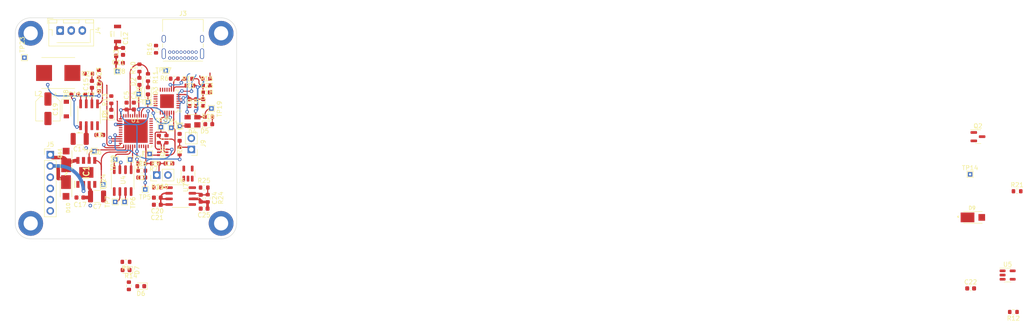
<source format=kicad_pcb>
(kicad_pcb (version 20211014) (generator pcbnew)
  (layers (0 "F.Cu" jumper) (31 "B.Cu" signal) (34 "B.Paste" user) (35 "F.Paste" user) (36 "B.SilkS" user "B.Silkscreen") (37 "F.SilkS" user "F.Silkscreen") (38 "B.Mask" user) (39 "F.Mask" user) (44 "Edge.Cuts" user))
  (net 0 "")
  (net 1 "Net-(C1-Pad1)")
  (net 2 "GND")
  (net 3 "/EN")
  (net 4 "Net-(C3-Pad1)")
  (net 5 "+3V3")
  (net 6 "Net-(C6-Pad1)")
  (net 7 "VBUS")
  (net 8 "/LNA_IN")
  (net 9 "Net-(ANT1-Pad1)")
  (net 10 "Net-(C13-Pad1)")
  (net 11 "+24V")
  (net 12 "Net-(C15-Pad2)")
  (net 13 "Net-(C16-Pad1)")
  (net 14 "Net-(C16-Pad2)")
  (net 15 "+6V")
  (net 16 "/USB -> UART/Data-")
  (net 17 "/USB -> UART/Data+")
  (net 18 "Net-(J3-PadA5)")
  (net 21 "Net-(J3-PadB5)")
  (net 22 "/Motor+")
  (net 23 "/Motor-")
  (net 24 "/Hall1")
  (net 25 "/Hall2")
  (net 26 "/RTS")
  (net 27 "/BOOT")
  (net 28 "Net-(Q1-Pad5)")
  (net 29 "Net-(Q1-Pad2)")
  (net 30 "/DTR")
  (net 31 "/SolEN")
  (net 32 "/SolGND")
  (net 33 "Net-(D7-Pad2)")
  (net 34 "Net-(Q2-Pad1)")
  (net 35 "Net-(D2-Pad2)")
  (net 36 "Net-(D3-Pad2)")
  (net 37 "Net-(D6-Pad2)")
  (net 38 "Net-(R17-Pad2)")
  (net 39 "Net-(D5-Pad2)")
  (net 40 "/VSENSE")
  (net 41 "/RXD")
  (net 42 "/TXD")
  (net 43 "/CAN_HIGH")
  (net 44 "/CAN_LOW")
  (net 45 "/ServoPWM")
  (net 46 "/HBridgeDIR1")
  (net 47 "/CAN_RX")
  (net 48 "/CAN_TX")
  (net 49 "/HBridgeDIR2")
  (net 95 "Net-(R3-Pad2)")
  (net 96 "Net-(J1-Pad4)")
  (net 102 "Net-(D1-Pad2)")
  (net 103 "Net-(C24-Pad1)")
  (net 104 "Net-(C24-Pad2)")
  (net 105 "Net-(R19-Pad1)")
  (footprint "Resistor_SMD:R_0603_1608Metric" (layer "F.Cu") (at 80.67 90.61 90)
    (fp_text reference "R14")
    (fp_text value "470")
  )
  (footprint "TestPoint:TestPoint_THTPad_1.0x1.0mm_Drill0.5mm" (layer "F.Cu") (at 79.7 71.64)
    (fp_text reference "TP6")
    (fp_text value "TestPoint")
  )
  (footprint "TestPoint:TestPoint_THTPad_1.0x1.0mm_Drill0.5mm" (layer "F.Cu") (at 74.887959 67.693483)
    (fp_text reference "TP24")
    (fp_text value "TestPoint")
  )
  (footprint "MountingHole:MountingHole_3.2mm_M3_DIN965_Pad" (layer "F.Cu") (at 58.5 76.5)
    (fp_text reference "H1" hide)
    (fp_text value "MountingHole_Pad")
  )
  (footprint "iclr:DIO_V3PAN50-M3_I" (layer "F.Cu") (at 66.497959 62.152483 90)
    (fp_text reference "D11")
    (fp_text value "V8PAM10S")
  )
  (footprint "Inductor_SMD:L_0603_1608Metric_Pad1.05x0.95mm_HandSolder" (layer "F.Cu") (at 77.795 37.76 90)
    (fp_text reference "L1")
    (fp_text value "LQG15WZ1N8B02D")
  )
  (footprint "Capacitor_SMD:C_1210_3225Metric" (layer "F.Cu") (at 73.477959 70.403483)
    (fp_text reference "C7")
    (fp_text value "10uF")
  )
  (footprint "Resistor_SMD:R_0603_1608Metric" (layer "F.Cu") (at 94.44675 45.33 180)
    (fp_text reference "R3")
    (fp_text value "24k")
  )
  (footprint "Capacitor_SMD:C_0603_1608Metric" (layer "F.Cu") (at 80.16 49.965 90)
    (fp_text reference "C5")
    (fp_text value "0.1uF")
  )
  (footprint "Resistor_SMD:R_0603_1608Metric" (layer "F.Cu") (at 80.01 85.2 180)
    (fp_text reference "R4")
    (fp_text value "3.5k")
  )
  (footprint "iclr:SOIC127P600X100-9N" (layer "F.Cu") (at 71.057959 64.963483 90)
    (fp_text reference "IC1")
    (fp_text value "BD62120AEFJ-E2" hide)
  )
  (footprint "Connector_PinHeader_2.54mm:PinHeader_1x06_P2.54mm_Vertical" (layer "F.Cu") (at 62.922961 60.970481)
    (fp_text reference "J5")
    (fp_text value "Conn_01x06_Male")
  )
  (footprint "TestPoint:TestPoint_THTPad_1.0x1.0mm_Drill0.5mm" (layer "F.Cu") (at 72.852961 60.160481)
    (fp_text reference "TP16")
    (fp_text value "TestPoint")
  )
  (footprint "TestPoint:TestPoint_THTPad_1.0x1.0mm_Drill0.5mm" (layer "F.Cu") (at 90.24 54.87)
    (fp_text reference "TP4")
    (fp_text value "TestPoint")
  )
  (footprint "Capacitor_SMD:CP_Elec_5x5.9" (layer "F.Cu") (at 62.392961 50.570481 -90)
    (fp_text reference "C19")
    (fp_text value "100uF")
  )
  (footprint "Capacitor_SMD:C_0603_1608Metric" (layer "F.Cu") (at 96.89 70.82 -90)
    (fp_text reference "C24")
    (fp_text value "0.1uF")
  )
  (footprint "Resistor_SMD:R_0603_1608Metric" (layer "F.Cu") (at 83.05 41.335 -90)
    (fp_text reference "R10")
    (fp_text value "470")
  )
  (footprint "Resistor_SMD:R_0603_1608Metric" (layer "F.Cu") (at 76.7 48.525 90)
    (fp_text reference "R13")
    (fp_text value "470")
  )
  (footprint "Package_TO_SOT_SMD:SOT-23-5" (layer "F.Cu") (at 279.11 88.18)
    (fp_text reference "U5")
    (fp_text value "LTC4411")
  )
  (footprint "Capacitor_SMD:C_0603_1608Metric" (layer "F.Cu") (at 97.444142 49.172395 90)
    (fp_text reference "C10")
    (fp_text value "0.1uF")
  )
  (footprint "Capacitor_SMD:C_0603_1608Metric" (layer "F.Cu") (at 78.54 40.22)
    (fp_text reference "C11")
    (fp_text value "1.2pF")
  )
  (footprint "Capacitor_SMD:C_0603_1608Metric" (layer "F.Cu") (at 74.102961 56.490481)
    (fp_text reference "C6")
    (fp_text value "10 nF")
  )
  (footprint "LED_SMD:LED_0603_1608Metric" (layer "F.Cu") (at 84.975 46.5175 90)
    (fp_text reference "D3")
    (fp_text value "TX_LED")
  )
  (footprint "Resistor_SMD:R_0603_1608Metric" (layer "F.Cu") (at 83.58 64.57)
    (fp_text reference "R7")
    (fp_text value "10K")
  )
  (footprint "Connector_USB:USB_C_Receptacle_GCT_USB4085" (layer "F.Cu") (at 95.845612 39.107166 180)
    (fp_text reference "J3")
    (fp_text value "USB_C_Receptacle_USB2.0")
  )
  (footprint "Resistor_SMD:R_0603_1608Metric" (layer "F.Cu") (at 98.47 70.82 90)
    (fp_text reference "R24")
    (fp_text value "147k")
  )
  (footprint "Capacitor_SMD:C_0603_1608Metric" (layer "F.Cu") (at 92.13 57.035 90)
    (fp_text reference "C1")
    (fp_text value "1uF")
  )
  (footprint "TestPoint:TestPoint_THTPad_1.0x1.0mm_Drill0.5mm" (layer "F.Cu") (at 80.96 62.06)
    (fp_text reference "TP21")
    (fp_text value "TestPoint")
  )
  (footprint "Resistor_SMD:R_0603_1608Metric" (layer "F.Cu") (at 86.8 37.1 90)
    (fp_text reference "R16")
    (fp_text value "5.1k")
  )
  (footprint "LED_SMD:LED_0603_1608Metric" (layer "F.Cu") (at 83.05 44.365 90)
    (fp_text reference "D2")
    (fp_text value "RX_LED")
  )
  (footprint "Resistor_SMD:R_0603_1608Metric" (layer "F.Cu") (at 71.587961 42.642981 180)
    (fp_text reference "R20")
    (fp_text value "54.9K")
  )
  (footprint "LED_SMD:LED_0603_1608Metric" (layer "F.Cu") (at 76.7 51.595 90)
    (fp_text reference "D1")
    (fp_text value "Solenoid LED")
  )
  (footprint "Capacitor_SMD:C_0603_1608Metric" (layer "F.Cu") (at 270.76 91.2)
    (fp_text reference "C22")
    (fp_text value "4.7uF")
  )
  (footprint "iclr:DIO_V3PAN50-M3_I" (layer "F.Cu") (at 66.467959 68.364483 -90)
    (fp_text reference "D10")
    (fp_text value "V8PAM10S")
  )
  (footprint "Resistor_SMD:R_0603_1608Metric" (layer "F.Cu") (at 281.25 69.23)
    (fp_text reference "R21")
    (fp_text value "110")
  )
  (footprint "Resistor_SMD:R_0603_1608Metric" (layer "F.Cu") (at 73.907961 45.752981 90)
    (fp_text reference "R22")
    (fp_text value "10K")
  )
  (footprint "TestPoint:TestPoint_THTPad_1.0x1.0mm_Drill0.5mm" (layer "F.Cu") (at 78.055 42.08 90)
    (fp_text reference "TP8")
    (fp_text value "TestPoint")
  )
  (footprint "MountingHole:MountingHole_3.2mm_M3_DIN965_Pad" (layer "F.Cu") (at 101.5 33.5)
    (fp_text reference "H2" hide)
    (fp_text value "MountingHole_Pad")
  )
  (footprint "Resistor_SMD:R_0603_1608Metric" (layer "F.Cu") (at 89.16 57.435 90)
    (fp_text reference "R2" hide)
    (fp_text value "10K")
  )
  (footprint "Resistor_SMD:R_0603_1608Metric" (layer "F.Cu") (at 90.93675 43.76)
    (fp_text reference "R6")
    (fp_text value "47k")
  )
  (footprint "TestPoint:TestPoint_THTPad_1.0x1.0mm_Drill0.5mm" (layer "F.Cu") (at 57.082961 39.010481 90)
    (fp_text reference "TP23")
    (fp_text value "TestPoint")
  )
  (footprint "LED_SMD:LED_0603_1608Metric" (layer "F.Cu") (at 98.71 54.06)
    (fp_text reference "D5")
    (fp_text value "USB_LED")
  )
  (footprint "TestPoint:TestPoint_THTPad_1.0x1.0mm_Drill0.5mm" (layer "F.Cu") (at 85.01 49.1)
    (fp_text reference "TP11")
    (fp_text value "TestPoint")
  )
  (footprint "Capacitor_SMD:C_0603_1608Metric" (layer "F.Cu") (at 69.607959 70.643483 180)
    (fp_text reference "C17")
    (fp_text value "0.1uF")
  )
  (footprint "Resistor_SMD:R_0603_1608Metric" (layer "F.Cu") (at 280.41 96.53 180)
    (fp_text reference "R12")
    (fp_text value "10k")
  )
  (footprint "iclr:SOIC127P599X175-8N" (layer "F.Cu") (at 71.677961 51.932981 90)
    (fp_text reference "U2")
    (fp_text value "TPS54233D")
  )
  (footprint "Diode_SMD:D_SOD-123" (layer "F.Cu") (at 66.552961 50.640481 -90)
    (fp_text reference "D8")
    (fp_text value "MBR260HWTR")
  )
  (footprint "TestPoint:TestPoint_THTPad_1.0x1.0mm_Drill0.5mm" (layer "F.Cu") (at 87.9 54.72)
    (fp_text reference "TP1")
    (fp_text value "TestPoint")
  )
  (footprint "Package_SO:SOP-8_3.9x4.9mm_P1.27mm" (layer "F.Cu") (at 92.37 70.32)
    (fp_text reference "U6")
    (fp_text value "RT9025-25GSP")
  )
  (footprint "Capacitor_SMD:C_0603_1608Metric" (layer "F.Cu") (at 98.184142 45.317395)
    (fp_text reference "C23")
    (fp_text value "4.7uF")
  )
  (footprint "TestPoint:TestPoint_THTPad_1.0x1.0mm_Drill0.5mm" (layer "F.Cu") (at 92.18 54.46 180)
    (fp_text reference "TP18" hide)
    (fp_text value "TestPoint")
  )
  (footprint "Connector_PinHeader_2.54mm:PinHeader_1x02_P2.54mm_Vertical" (layer "F.Cu") (at 86.965 65.57 90)
    (fp_text reference "J10")
    (fp_text value "Conn_01x02_Male")
  )
  (footprint "Capacitor_SMD:C_1210_3225Metric" (layer "F.Cu") (at 69.562961 57.390481 180)
    (fp_text reference "C14")
    (fp_text value "10uF")
  )
  (footprint "TestPoint:TestPoint_THTPad_1.0x1.0mm_Drill0.5mm" (layer "F.Cu") (at 84.37 68.83)
    (fp_text reference "TP5")
    (fp_text value "TestPoint")
  )
  (footprint "Package_SO:SOIC-8_3.9x4.9mm_P1.27mm" (layer "F.Cu") (at 79.27 66.83 -90)
    (fp_text reference "U4")
    (fp_text value "SN65HVD230")
  )
  (footprint "LED_SMD:LED_0603_1608Metric" (layer "F.Cu") (at 83.35 90.7 180)
    (fp_text reference "D6")
    (fp_text value "PWR_LED")
  )
  (footprint "Connector_PinHeader_2.54mm:PinHeader_1x02_P2.54mm_Vertical" (layer "F.Cu") (at 94.77 59.78 180)
    (fp_text reference "J9")
    (fp_text value "Conn_01x02_Male")
  )
  (footprint "Resistor_SMD:R_0603_1608Metric" (layer "F.Cu") (at 98.16 43.785)
    (fp_text reference "R15")
    (fp_text value "5.1k")
  )
  (footprint "Connector_JST:JST_XH_B3B-XH-AM_1x03_P2.50mm_Vertical" (layer "F.Cu") (at 65.15 32.875)
    (fp_text reference "J4")
    (fp_text value "Conn_01x03_Male")
  )
  (footprint "Resistor_SMD:R_0603_1608Metric" (layer "F.Cu") (at 92.13 60.095 90)
    (fp_text reference "R5")
    (fp_text value "470")
  )
  (footprint "Resistor_SMD:R_0603_1608Metric" (layer "F.Cu") (at 86.65 62.95)
    (fp_text reference "R9")
    (fp_text value "470")
  )
  (footprint "Package_TO_SOT_SMD:SOT-363_SC-70-6" (layer "F.Cu") (at 88.31 60.41)
    (fp_text reference "Q1")
    (fp_text value "MMDT2222A")
  )
  (footprint "Package_TO_SOT_SMD:SOT-23-5" (layer "F.Cu") (at 94.02 65.23 90)
    (fp_text reference "U7")
    (fp_text value "LTC4411")
  )
  (footprint "MountingHole:MountingHole_3.2mm_M3_DIN965_Pad" (layer "F.Cu") (at 101.5 76.5)
    (fp_text reference "H3" hide)
    (fp_text value "MountingHole_Pad")
  )
  (footprint "iclr:QFN28G_0.5-5X5MM" (layer "F.Cu") (at 89.28 48.85 180)
    (property "VALUE" "CP2102-GMR-QFN28")
    (fp_text reference "U3")
    (fp_text value "INTERFACE-CP2102-GMR(QFN28)")
  )
  (footprint "TestPoint:TestPoint_THTPad_1.0x1.0mm_Drill0.5mm" (layer "F.Cu") (at 89 41.92 180)
    (fp_text reference "TP17")
    (fp_text value "TestPoint")
  )
  (footprint "Capacitor_SMD:C_0603_1608Metric" (layer "F.Cu") (at 89.72 62.94)
    (fp_text reference "C3")
    (fp_text value "1uF")
  )
  (footprint "Resistor_SMD:R_0603_1608Metric" (layer "F.Cu") (at 84.98 43.49 -90)
    (fp_text reference "R11")
    (fp_text value "470")
  )
  (footprint "Package_DFN_QFN:QFN-48-1EP_7x7mm_P0.5mm_EP5.3x5.3mm" (layer "F.Cu") (at 82.25 55.62)
    (fp_text reference "U1")
    (fp_text value "ESP32-PICO-D4")
  )
  (footprint "TestPoint:TestPoint_THTPad_1.0x1.0mm_Drill0.5mm" (layer "F.Cu") (at 99.31 50.5 180)
    (fp_text reference "TP19")
    (fp_text value "TestPoint")
  )
  (footprint "iclr:DIO_V3PAN50-M3_I" (layer "F.Cu") (at 271.26 75.14)
    (fp_text reference "D9")
    (fp_text value "V8PAM10S")
  )
  (footprint "Capacitor_SMD:C_0603_1608Metric" (layer "F.Cu") (at 72.327961 45.047981 90)
    (fp_text reference "C15")
    (fp_text value "130pF")
  )
  (footprint "iclr:ANT_AMCA31-2R450G-S1F-T3" (layer "F.Cu") (at 78.11 33.66 90)
    (fp_text reference "ANT1")
    (fp_text value "AMCA31-2R450G-S1F-T3")
  )
  (footprint "Capacitor_SMD:C_0603_1608Metric" (layer "F.Cu") (at 83.58 66.12 180)
    (fp_text reference "C2")
    (fp_text value "1uF")
  )
  (footprint "Package_TO_SOT_SMD:SOT-23" (layer "F.Cu") (at 272.41 56.88)
    (fp_text reference "Q2")
    (fp_text value "SI2366DS")
  )
  (footprint "Capacitor_SMD:C_0603_1608Metric" (layer "F.Cu") (at 87.09 72.28)
    (fp_text reference "C21")
    (fp_text value "1uF")
  )
  (footprint "TestPoint:TestPoint_THTPad_1.0x1.0mm_Drill0.5mm" (layer "F.Cu") (at 82.9 47.25)
    (fp_text reference "TP10")
    (fp_text value "TestPoint")
  )
  (footprint "Resistor_SMD:R_0603_1608Metric" (layer "F.Cu") (at 83.58 62.95)
    (fp_text reference "R8")
    (fp_text value "10K")
  )
  (footprint "TestPoint:TestPoint_THTPad_1.0x1.0mm_Drill0.5mm" (layer "F.Cu") (at 77.57 71.63)
    (fp_text reference "TP7")
    (fp_text value "TestPoint")
  )
  (footprint "Resistor_SMD:R_0603_1608Metric" (layer "F.Cu") (at 97.68 68.39 180)
    (fp_text reference "R25")
    (fp_text value "47k")
  )
  (footprint "Capacitor_SMD:C_0603_1608Metric" (layer "F.Cu") (at 71.577961 47.382981 180)
    (fp_text reference "C13")
    (fp_text value "130pF")
  )
  (footprint "Resistor_SMD:R_0603_1608Metric" (layer "F.Cu") (at 98.69 52.41)
    (fp_text reference "R18")
    (fp_text value "470")
  )
  (footprint "MountingHole:MountingHole_3.2mm_M3_DIN965_Pad" (layer "F.Cu") (at 58.5 33.5)
    (fp_text reference "H4" hide)
    (fp_text value "MountingHole_Pad")
  )
  (footprint "iclr:IND_ETQP5M330YFM" (layer "F.Cu") (at 64.712961 42.480481 180)
    (fp_text reference "L2")
    (fp_text value "ETQP5M")
  )
  (footprint "LED_SMD:LED_0603_1608Metric" (layer "F.Cu") (at 80.04 87.04 180)
    (fp_text reference "D7")
    (fp_text value "24V_LED")
  )
  (footprint "Capacitor_SMD:C_0603_1608Metric" (layer "F.Cu") (at 79.345 37.6 -90)
    (fp_text reference "C12")
    (fp_text value "1.5pF")
  )
  (footprint "TestPoint:TestPoint_THTPad_1.0x1.0mm_Drill0.5mm" (layer "F.Cu") (at 85.35 60.78)
    (fp_text reference "TP9")
    (fp_text value "TestPoint")
  )
  (footprint "TestPoint:TestPoint_THTPad_1.0x1.0mm_Drill0.5mm" (layer "F.Cu") (at 77.58 62.05)
    (fp_text reference "TP20")
    (fp_text value "TestPoint")
  )
  (footprint "Capacitor_SMD:C_0603_1608Metric" (layer "F.Cu") (at 98.184142 46.867395 180)
    (fp_text reference "C18")
    (fp_text value "4.7uF")
  )
  (footprint "Package_TO_SOT_SMD:SOT-143" (layer "F.Cu") (at 95.03675 53.435 180)
    (fp_text reference "D4")
    (fp_text value "SP0503BAHT")
  )
  (footprint "Resistor_SMD:R_0603_1608Metric" (layer "F.Cu") (at 87.44 57.425 90)
    (fp_text reference "R1" hide)
    (fp_text value "10K")
  )
  (footprint "Capacitor_SMD:C_0603_1608Metric" (layer "F.Cu") (at 81.78 49.96 -90)
    (fp_text reference "C4")
    (fp_text value "10uF")
  )
  (footprint "Resistor_SMD:R_0603_1608Metric" (layer "F.Cu") (at 73.917961 42.662981 90)
    (fp_text reference "R23")
    (fp_text value "1.54K")
  )
  (footprint "Capacitor_SMD:C_0603_1608Metric" (layer "F.Cu") (at 94.334142 49.172395 90)
    (fp_text reference "C9")
    (fp_text value "0.1uF")
  )
  (footprint "Resistor_SMD:R_0603_1608Metric" (layer "F.Cu") (at 87.1 68.35 180)
    (fp_text reference "R19")
    (fp_text value "100k")
  )
  (footprint "Resistor_SMD:R_0603_1608Metric" (layer "F.Cu") (at 94.10675 43.78 180)
    (fp_text reference "R17")
    (fp_text value "4.7k")
  )
  (footprint "Capacitor_SMD:C_0603_1608Metric" (layer "F.Cu") (at 97.66 73.15)
    (fp_text reference "C25")
    (fp_text value "10uF")
  )
  (footprint "Capacitor_SMD:C_0603_1608Metric" (layer "F.Cu") (at 95.874142 49.172395 90)
    (fp_text reference "C8")
    (fp_text value "1.0uF")
  )
  (footprint "TestPoint:TestPoint_THTPad_1.0x1.0mm_Drill0.5mm" (layer "F.Cu") (at 270.64 65.4)
    (fp_text reference "TP14")
    (fp_text value "TestPoint")
  )
  (footprint "Capacitor_SMD:C_0603_1608Metric" (layer "F.Cu") (at 68.47296 47.39798)
    (fp_text reference "C16")
    (fp_text value "0.1uF" hide)
  )
  (footprint "Capacitor_SMD:C_0603_1608Metric" (layer "F.Cu") (at 87.09 70.67)
    (fp_text reference "C20")
    (fp_text value "10uF")
  )
  (gr_arc (start 101.5 30) (mid 103.974874 31.025126) (end 105 33.5) (layer "Edge.Cuts") (width 0.1))
  (gr_arc (start 55 33.5) (mid 56.025126 31.025126) (end 58.5 30) (layer "Edge.Cuts") (width 0.1))
  (gr_line (start 101.5 80) (end 58.5 80) (layer "Edge.Cuts") (width 0.1))
  (gr_line (start 55 76.5) (end 55 33.5) (layer "Edge.Cuts") (width 0.1))
  (gr_arc (start 58.5 80) (mid 56.025126 78.974874) (end 55 76.5) (layer "Edge.Cuts") (width 0.1))
  (gr_line (start 58.5 30) (end 101.5 30) (layer "Edge.Cuts") (width 0.1))
  (gr_line (start 105 33.5) (end 105 76.5) (layer "Edge.Cuts") (width 0.1))
  (gr_arc (start 105 76.5) (mid 103.974874 78.974874) (end 101.5 80) (layer "Edge.Cuts") (width 0.1))
  (segment (start 92.13 59.27) (end 94.26 59.27) (width 0.25) (layer "F.Cu") (net 1))
  (segment (start 92.145 59.255) (end 92.13 59.27) (width 0.25) (layer "F.Cu") (net 1))
  (segment (start 92.13 59.27) (end 92.13 57.81) (width 0.25) (layer "F.Cu") (net 1))
  (arc (start 94.26 59.27) (mid 94.620624 59.419376) (end 94.77 59.78) (width 0.25) (layer "F.Cu") (net 1))
  (segment (start 71.042961 49.462981) (end 71.042961 47.622981) (width 0.25) (layer "F.Cu") (net 2))
  (segment (start 98.985 43.785) (end 98.985 42.49325) (width 0.25) (layer "F.Cu") (net 2))
  (arc (start 71.042961 47.622981) (mid 70.972667 47.453275) (end 70.802961 47.382981) (width 0.25) (layer "F.Cu") (net 2))
  (segment (start 84.36 67.3) (end 84.36 68.82) (width 0.25) (layer "F.Cu") (net 3))
  (segment (start 92.13 60.92) (end 92.13 62.02) (width 0.25) (layer "F.Cu") (net 3))
  (segment (start 89.26 59.76) (end 90.335 59.76) (width 0.25) (layer "F.Cu") (net 3))
  (segment (start 84.405 64.57) (end 84.405 65.99929) (width 0.25) (layer "F.Cu") (net 3))
  (segment (start 84.355 66.12) (end 84.355 67.287929) (width 0.25) (layer "F.Cu") (net 3))
  (segment (start 78.8 56.87) (end 77.88 56.87) (width 0.25) (layer "F.Cu") (net 3))
  (via (at 77.55 56.54) (size 0.8) (drill 0.4) (layers "F.Cu" "B.Cu") (net 3))
  (via (at 84.36 67.3) (size 0.8) (drill 0.4) (layers "F.Cu" "B.Cu") (net 3))
  (via (at 90.36 59.785) (size 0.8) (drill 0.4) (layers "F.Cu" "B.Cu") (net 3))
  (via (at 92.14 62.03) (size 0.8) (drill 0.4) (layers "F.Cu" "B.Cu") (net 3))
  (arc (start 92.13 62.02) (mid 92.132929 62.027071) (end 92.14 62.03) (width 0.25) (layer "F.Cu") (net 3))
  (arc (start 90.335 59.76) (mid 90.352678 59.767322) (end 90.36 59.785) (width 0.25) (layer "F.Cu") (net 3))
  (arc (start 84.355 67.287929) (mid 84.356299 67.294461) (end 84.36 67.3) (width 0.35) (layer "F.Cu") (net 3))
  (arc (start 84.405 65.99929) (mid 84.392006 66.064617) (end 84.355 66.12) (width 0.35) (layer "F.Cu") (net 3))
  (arc (start 77.88 56.87) (mid 77.646655 56.773345) (end 77.55 56.54) (width 0.25) (layer "F.Cu") (net 3))
  (arc (start 84.36 68.82) (mid 84.362929 68.827071) (end 84.37 68.83) (width 0.25) (layer "F.Cu") (net 3))
  (segment (start 78.22 59.97) (end 80.900295 59.97) (width 0.25) (layer "B.Cu") (net 3))
  (segment (start 87.85 61.94) (end 85.78 61.94) (width 0.25) (layer "B.Cu") (net 3))
  (segment (start 88.205 61.94) (end 87.85 61.94) (width 0.25) (layer "B.Cu") (net 3))
  (segment (start 84.36 67.3) (end 84.36 63.36) (width 0.25) (layer "B.Cu") (net 3))
  (segment (start 92.05 61.94) (end 87.85 61.94) (width 0.25) (layer "B.Cu") (net 3))
  (segment (start 77.55 56.54) (end 77.551524 56.541524) (width 0.25) (layer "B.Cu") (net 3))
  (segment (start 77.551524 56.541524) (end 77.551524 59.375319) (width 0.25) (layer "B.Cu") (net 3))
  (segment (start 85.656369 61.94) (end 85.78 61.94) (width 0.25) (layer "B.Cu") (net 3))
  (arc (start 90.36 59.785) (mid 89.728815 61.308815) (end 88.205 61.94) (width 0.25) (layer "B.Cu") (net 3))
  (arc (start 92.14 62.03) (mid 92.11364 61.96636) (end 92.05 61.94) (width 0.25) (layer "B.Cu") (net 3))
  (arc (start 80.900295 59.97) (mid 81.057083 60.001187) (end 81.19 60.09) (width 0.25) (layer "B.Cu") (net 3))
  (arc (start 81.19 60.09) (mid 83.239159 61.459187) (end 85.656369 61.94) (width 0.25) (layer "B.Cu") (net 3))
  (arc (start 84.36 63.36) (mid 84.775908 62.355908) (end 85.78 61.94) (width 0.25) (layer "B.Cu") (net 3))
  (arc (start 77.551524 59.375319) (mid 77.773547 59.799581) (end 78.22 59.97) (width 0.25) (layer "B.Cu") (net 3))
  (segment (start 87.475 65.06) (end 87.475 62.95) (width 0.25) (layer "F.Cu") (net 4))
  (segment (start 87.475 62.95) (end 88.935 62.95) (width 0.25) (layer "F.Cu") (net 4))
  (arc (start 86.965 65.57) (mid 87.325624 65.420624) (end 87.475 65.06) (width 0.25) (layer "F.Cu") (net 4))
  (arc (start 88.935 62.95) (mid 88.942071 62.947071) (end 88.945 62.94) (width 0.25) (layer "F.Cu") (net 4))
  (segment (start 97.167395 45.317395) (end 97.409142 45.317395) (width 0.25) (layer "F.Cu") (net 5))
  (segment (start 80.585 89.7) (end 80.67 89.785) (width 0.25) (layer "F.Cu") (net 5))
  (segment (start 78.635 64.355) (end 78.635 62.915) (width 0.25) (layer "F.Cu") (net 5))
  (segment (start 80.745 50.735) (end 80.95952 50.52048) (width 0.25) (layer "F.Cu") (net 5))
  (segment (start 81.78 50.735) (end 80.745 50.735) (width 0.25) (layer "F.Cu") (net 5))
  (segment (start 77.94 53.87) (end 78.8 53.87) (width 0.25) (layer "F.Cu") (net 5))
  (segment (start 94.334142 48.394141) (end 94.334142 48.397395) (width 0.25) (layer "F.Cu") (net 5))
  (segment (start 80.745 50.735) (end 80.165 50.735) (width 0.25) (layer "F.Cu") (net 5))
  (segment (start 82.5 59.07) (end 82.5 60.19) (width 0.25) (layer "F.Cu") (net 5))
  (segment (start 97.444142 48.397395) (end 94.334142 48.397395) (width 0.25) (layer "F.Cu") (net 5))
  (segment (start 82.5 61.99) (end 82.5 62.695) (width 0.25) (layer "F.Cu") (net 5))
  (segment (start 95.97 43.78) (end 94.93175 43.78) (width 0.25) (layer "F.Cu") (net 5))
  (segment (start 78.8 52.87) (end 78.8 51.06664) (width 0.25) (layer "F.Cu") (net 5))
  (segment (start 82 52.17) (end 82 50.955) (width 0.25) (layer "F.Cu") (net 5))
  (segment (start 82.755 64.57) (end 82.755 62.95) (width 0.25) (layer "F.Cu") (net 5))
  (segment (start 84.96 42.395) (end 84.97 42.385) (width 0.25) (layer "F.Cu") (net 5))
  (segment (start 78.833094 50.917071) (end 78.86 50.890165) (width 0.25) (layer "F.Cu") (net 5))
  (segment (start 85 52.17) (end 85 51.1) (width 0.25) (layer "F.Cu") (net 5))
  (segment (start 97.409142 45.317395) (end 97.409142 48.362395) (width 0.25) (layer "F.Cu") (net 5))
  (segment (start 78.86 50.890165) (end 78.86 50.88) (width 0.25) (layer "F.Cu") (net 5))
  (segment (start 78.8 54.37) (end 77.94 54.37) (width 0.25) (layer "F.Cu") (net 5))
  (segment (start 91.87 47.85) (end 91.87 47.35) (width 0.25) (layer "F.Cu") (net 5))
  (segment (start 80.5 52.17) (end 80.5 51.08) (width 0.25) (layer "F.Cu") (net 5))
  (segment (start 91.87 47.35) (end 93.290001 47.35) (width 0.25) (layer "F.Cu") (net 5))
  (segment (start 80.95952 50.52048) (end 80.95952 42.60048) (width 0.25) (layer "F.Cu") (net 5))
  (segment (start 84.98 42.665) (end 84.98 42.44) (width 0.25) (layer "F.Cu") (net 5))
  (segment (start 80.16 50.74) (end 79 50.74) (width 0.25) (layer "F.Cu") (net 5))
  (segment (start 82.5 60.19) (end 82.5 61.99) (width 0.25) (layer "F.Cu") (net 5))
  (segment (start 79 50.74) (end 78.86 50.88) (width 0.25) (layer "F.Cu") (net 5))
  (segment (start 96.5 44.31) (end 96.5 44.65) (width 0.25) (layer "F.Cu") (net 5))
  (via (at 78.85 62.7) (size 0.8) (drill 0.4) (layers "F.Cu" "B.Cu") (net 5))
  (via (at 82.5 61.99) (size 0.8) (drill 0.4) (layers "F.Cu" "B.Cu") (net 5))
  (via (at 82.5 60.19) (size 0.8) (drill 0.4) (layers "F.Cu" "B.Cu") (net 5))
  (via (at 78.86 50.88) (size 0.8) (drill 0.4) (layers "F.Cu" "B.Cu") (net 5))
  (via (at 77.69 54.12) (size 0.8) (drill 0.4) (layers "F.Cu" "B.Cu") (net 5))
  (via (at 85 51.1) (size 0.8) (drill 0.4) (layers "F.Cu" "B.Cu") (net 5))
  (arc (start 80.95952 42.60048) (mid 81.571807 41.122287) (end 83.05 40.51) (width 0.25) (layer "F.Cu") (net 5))
  (arc (start 80.165 50.735) (mid 80.161464 50.736464) (end 80.16 50.74) (width 0.25) (layer "F.Cu") (net 5))
  (arc (start 96.5 44.65) (mid 96.695475 45.12192) (end 97.167395 45.317395) (width 0.25) (layer "F.Cu") (net 5))
  (arc (start 78.635 62.915) (mid 78.697972 62.762972) (end 78.85 62.7) (width 0.25) (layer "F.Cu") (net 5))
  (arc (start 77.94 54.37) (mid 77.763223 54.296777) (end 77.69 54.12) (width 0.25) (layer "F.Cu") (net 5))
  (arc (start 78.8 51.06664) (mid 78.809025 50.990388) (end 78.833094 50.917071) (width 0.25) (layer "F.Cu") (net 5))
  (arc (start 82 50.955) (mid 81.935563 50.799437) (end 81.78 50.735) (width 0.25) (layer "F.Cu") (net 5))
  (arc (start 77.69 54.12) (mid 77.763223 53.943223) (end 77.94 53.87) (width 0.25) (layer "F.Cu") (net 5))
  (arc (start 84.98 42.44) (mid 84.414716 41.075284) (end 83.05 40.51) (width 0.25) (layer "F.Cu") (net 5))
  (arc (start 93.290001 47.35) (mid 94.02832 47.655822) (end 94.334142 48.394141) (width 0.25) (layer "F.Cu") (net 5))
  (arc (start 95.97 43.78) (mid 96.344767 43.935233) (end 96.5 44.31) (width 0.25) (layer "F.Cu") (net 5))
  (arc (start 97.409142 48.362395) (mid 97.419393 48.387144) (end 97.444142 48.397395) (width 0.25) (layer "F.Cu") (net 5))
  (arc (start 80.5 51.08) (mid 80.400416 50.839584) (end 80.16 50.74) (width 0.25) (layer "F.Cu") (net 5))
  (arc (start 82.5 62.695) (mid 82.574688 62.875312) (end 82.755 62.95) (width 0.25) (layer "F.Cu") (net 5))
  (segment (start 81.98 54.12) (end 82.812032 54.119999) (width 0.25) (layer "B.Cu") (net 5))
  (segment (start 84.999999 51.932032) (end 84.999999 51.100001) (width 0.25) (layer "B.Cu") (net 5))
  (segment (start 78.86 50.88) (end 78.86 51.126305) (width 0.25) (layer "B.Cu") (net 5))
  (segment (start 82.5 60.19) (end 82.5 54.64) (width 0.25) (layer "B.Cu") (net 5))
  (segment (start 81.98 54.12) (end 81.853693 54.12) (width 0.25) (layer "B.Cu") (net 5))
  (segment (start 77.69 54.12) (end 81.98 54.12) (width 0.25) (layer "B.Cu") (net 5))
  (arc (start 84.999999 51.100001) (mid 84.999999 51.1) (end 85 51.1) (width 0.25) (layer "B.Cu") (net 5))
  (arc (start 78.86 51.126305) (mid 79.736832 53.243166) (end 81.853693 54.12) (width 0.25) (layer "B.Cu") (net 5))
  (arc (start 82.812032 54.119999) (mid 84.359158 53.479158) (end 84.999999 51.932032) (width 0.25) (layer "B.Cu") (net 5))
  (arc (start 82.5 54.64) (mid 82.347696 54.272304) (end 81.98 54.12) (width 0.25) (layer "B.Cu") (net 5))
  (segment (start 87.865 72.28) (end 87.865 70.67) (width 0.35) (layer "F.Cu") (net 7))
  (segment (start 95.74675 52.095) (end 96.13675 52.485) (width 0.25) (layer "F.Cu") (net 7))
  (segment (start 97.865 52.41) (end 97.865 51.945) (width 0.25) (layer "F.Cu") (net 7))
  (segment (start 95.82175 51.01) (end 95.74675 51.085) (width 0.25) (layer "F.Cu") (net 7))
  (segment (start 95.74675 51.085) (end 95.74675 52.095) (width 0.35) (layer "F.Cu") (net 7))
  (segment (start 89.745 70.955) (end 88.15 70.955) (width 0.35) (layer "F.Cu") (net 7))
  (segment (start 95.27175 45.33) (end 95.84 45.33) (width 0.25) (layer "F.Cu") (net 7))
  (segment (start 88.85 69.685) (end 89.745 69.685) (width 0.35) (layer "F.Cu") (net 7))
  (segment (start 97.865 52.41) (end 96.21175 52.41) (width 0.35) (layer "F.Cu") (net 7))
  (segment (start 89.745 72.225) (end 87.92 72.225) (width 0.35) (layer "F.Cu") (net 7))
  (via (at 95.74675 51.085) (size 0.8) (drill 0.4) (layers "F.Cu" "B.Cu") (net 7))
  (via (at 96.2 45.69) (size 0.8) (drill 0.4) (layers "F.Cu" "B.Cu") (net 7))
  (arc (start 96.21175 52.41) (mid 96.158717 52.431967) (end 96.13675 52.485) (width 0.25) (layer "F.Cu") (net 7))
  (arc (start 88.15 70.955) (mid 87.948475 70.871525) (end 87.865 70.67) (width 0.35) (layer "F.Cu") (net 7))
  (arc (start 87.92 72.225) (mid 87.881109 72.241109) (end 87.865 72.28) (width 0.25) (layer "F.Cu") (net 7))
  (arc (start 97.865 51.945) (mid 98.288231 50.923231) (end 99.31 50.5) (width 0.25) (layer "F.Cu") (net 7))
  (arc (start 87.865 70.67) (mid 88.1535 69.9735) (end 88.85 69.685) (width 0.35) (layer "F.Cu") (net 7))
  (arc (start 95.32175 45.38) (mid 95.286395 45.365355) (end 95.27175 45.33) (width 0.25) (layer "F.Cu") (net 7))
  (arc (start 95.84 45.33) (mid 96.094558 45.435442) (end 96.2 45.69) (width 0.25) (layer "F.Cu") (net 7))
  (segment (start 96.2 50.63175) (end 96.2 45.69) (width 0.35) (layer "B.Cu") (net 7))
  (segment (start 96.32 45.57) (end 96.2 45.69) (width 0.25) (layer "B.Cu") (net 7))
  (segment (start 95.74675 51.085) (end 95.79175 51.04) (width 0.25) (layer "B.Cu") (net 7))
  (arc (start 96.2 45.69) (mid 97.138154 45.301404) (end 97.52675 44.36325) (width 0.35) (layer "B.Cu") (net 7))
  (arc (start 95.74675 51.085) (mid 96.067246 50.952246) (end 96.2 50.63175) (width 0.35) (layer "B.Cu") (net 7))
  (arc (start 95.74675 51.085) (mid 95.838674 51.046924) (end 95.87675 50.955) (width 0.25) (layer "B.Cu") (net 7))
  (segment (start 78.06 53.084488) (end 78.06 48.91) (width 0.25) (layer "F.Cu") (net 8))
  (segment (start 78.06 48.91) (end 78 48.85) (width 0.25) (layer "F.Cu") (net 8))
  (segment (start 78.8 53.37) (end 78.345512 53.37) (width 0.25) (layer "F.Cu") (net 8))
  (segment (start 77.795 38.635) (end 77.795 40.19) (width 0.35) (layer "F.Cu") (net 8))
  (segment (start 77.765 40.22) (end 77.765 41.79) (width 0.35) (layer "F.Cu") (net 8))
  (arc (start 77.765 41.79) (mid 77.849939 41.995061) (end 78.055 42.08) (width 0.35) (layer "F.Cu") (net 8))
  (arc (start 77.765 38.38) (mid 77.772322 38.397678) (end 77.79 38.405) (width 0.25) (layer "F.Cu") (net 8))
  (arc (start 78.345512 53.37) (mid 78.143625 53.286375) (end 78.06 53.084488) (width 0.25) (layer "F.Cu") (net 8))
  (arc (start 77.795 40.19) (mid 77.786213 40.211213) (end 77.765 40.22) (width 0.35) (layer "F.Cu") (net 8))
  (segment (start 79.345 36.825) (end 77.855 36.825) (width 0.35) (layer "F.Cu") (net 9))
  (segment (start 77.795 36.885) (end 77.795 35.675) (width 0.35) (layer "F.Cu") (net 9))
  (arc (start 78.08875 35.31125) (mid 78.092045 35.303295) (end 78.1 35.3) (width 0.25) (layer "F.Cu") (net 9))
  (arc (start 77.855 36.825) (mid 77.812574 36.842574) (end 77.795 36.885) (width 0.35) (layer "F.Cu") (net 9))
  (arc (start 77.795 35.675) (mid 77.887261 35.452261) (end 78.11 35.36) (width 0.35) (layer "F.Cu") (net 9))
  (segment (start 72.312961 45.837981) (end 72.327961 45.822981) (width 0.25) (layer "F.Cu") (net 10))
  (segment (start 72.312961 49.462981) (end 72.312961 45.837981) (width 0.25) (layer "F.Cu") (net 10))
  (segment (start 71.037961 54.407981) (end 71.037961 57.390481) (width 0.6) (layer "F.Cu") (net 11))
  (segment (start 71.692959 67.675483) (end 71.692959 68.280214) (width 0.25) (layer "F.Cu") (net 11))
  (segment (start 70.382959 70.643483) (end 71.762959 70.643483) (width 0.8) (layer "F.Cu") (net 11))
  (segment (start 71.042961 54.402981) (end 71.047961 54.407981) (width 0.25) (layer "F.Cu") (net 11))
  (segment (start 72.002959 69.02862) (end 72.002959 70.403483) (width 0.7) (layer "F.Cu") (net 11))
  (via (at 71.962961 72.470481) (size 0.8) (drill 0.4) (layers "F.Cu" "B.Cu") (net 11))
  (via (at 71.022961 59.480481) (size 0.8) (drill 0.4) (layers "F.Cu" "B.Cu") (net 11))
  (arc (start 71.762959 70.643483) (mid 71.932665 70.573189) (end 72.002959 70.403483) (width 0.25) (layer "F.Cu") (net 11))
  (arc (start 71.922959 68.835483) (mid 71.982167 68.924094) (end 72.002959 69.02862) (width 0.7) (layer "F.Cu") (net 11))
  (arc (start 71.042961 54.402981) (mid 71.039425 54.404445) (end 71.037961 54.407981) (width 0.25) (layer "F.Cu") (net 11))
  (arc (start 71.692959 70.093483) (mid 71.783756 70.312686) (end 72.002959 70.403483) (width 0.25) (layer "F.Cu") (net 11))
  (arc (start 71.692959 68.280214) (mid 71.752734 68.580723) (end 71.922959 68.835483) (width 0.7) (layer "F.Cu") (net 11))
  (segment (start 72.327961 42.727981) (end 72.412961 42.642981) (width 0.25) (layer "F.Cu") (net 12))
  (segment (start 72.327961 44.272981) (end 72.327961 42.727981) (width 0.25) (layer "F.Cu") (net 12))
  (segment (start 67.69796 47.39798) (end 67.69796 47.90044) (width 0.25) (layer "F.Cu") (net 13))
  (segment (start 68.952961 54.690481) (end 69.485461 54.690481) (width 0.25) (layer "F.Cu") (net 13))
  (via (at 68.29 48.49248) (size 0.8) (drill 0.4) (layers "F.Cu" "B.Cu") (net 13))
  (via (at 68.952961 54.690481) (size 0.8) (drill 0.4) (layers "F.Cu" "B.Cu") (net 13))
  (arc (start 69.485461 54.690481) (mid 69.688754 54.606274) (end 69.772961 54.402981) (width 0.25) (layer "F.Cu") (net 13))
  (arc (start 67.69796 47.90044) (mid 67.871365 48.319075) (end 68.29 48.49248) (width 0.25) (layer "F.Cu") (net 13))
  (segment (start 68.29 48.49248) (end 68.29 54.02752) (width 0.25) (layer "B.Cu") (net 13))
  (arc (start 68.29 54.02752) (mid 68.484177 54.496304) (end 68.952961 54.690481) (width 0.25) (layer "B.Cu") (net 13))
  (segment (start 69.772961 49.462981) (end 69.772961 47.922981) (width 0.25) (layer "F.Cu") (net 14))
  (arc (start 69.772961 47.922981) (mid 69.619192 47.551749) (end 69.24796 47.39798) (width 0.25) (layer "F.Cu") (net 14))
  (segment (start 73.907961 47.662981) (end 73.907961 46.577981) (width 0.25) (layer "F.Cu") (net 15))
  (via (at 62.342961 45.130481) (size 0.8) (drill 0.4) (layers "F.Cu" "B.Cu") (net 15))
  (via (at 73.907961 47.662981) (size 0.8) (drill 0.4) (layers "F.Cu" "B.Cu") (net 15))
  (segment (start 73.907961 47.662981) (end 64.875461 47.662981) (width 0.25) (layer "B.Cu") (net 15))
  (arc (start 64.875461 47.662981) (mid 63.084713 46.921229) (end 62.342961 45.130481) (width 0.25) (layer "B.Cu") (net 15))
  (arc (start 73.802962 47.76798) (mid 73.877208 47.737227) (end 73.907961 47.662981) (width 0.25) (layer "B.Cu") (net 15))
  (segment (start 94.002668 52.419082) (end 93.93675 52.485) (width 0.2) (layer "F.Cu") (net 16))
  (segment (start 93.93675 52.485) (end 93.93675 51.36675) (width 0.2) (layer "F.Cu") (net 16))
  (segment (start 91.87 48.35) (end 92.76675 48.35) (width 0.2) (layer "F.Cu") (net 16))
  (via (at 93.83 51.26) (size 0.8) (drill 0.4) (layers "F.Cu" "B.Cu") (net 16))
  (via (at 92.98675 48.13) (size 0.8) (drill 0.4) (layers "F.Cu" "B.Cu") (net 16))
  (arc (start 93.93675 51.36675) (mid 93.905484 51.291266) (end 93.83 51.26) (width 0.2) (layer "F.Cu") (net 16))
  (arc (start 92.76675 48.35) (mid 92.922313 48.285563) (end 92.98675 48.13) (width 0.2) (layer "F.Cu") (net 16))
  (segment (start 93.83 47.35) (end 93.83 43.24) (width 0.2) (layer "B.Cu") (net 16))
  (segment (start 92.98675 48.13) (end 93.05 48.13) (width 0.2) (layer "B.Cu") (net 16))
  (segment (start 93.83 51.26) (end 93.83 47.35) (width 0.2) (layer "B.Cu") (net 16))
  (arc (start 93.83 43.24) (mid 94.005736 42.815736) (end 94.43 42.64) (width 0.2) (layer "B.Cu") (net 16))
  (arc (start 93.05 48.13) (mid 93.601543 47.901543) (end 93.83 47.35) (width 0.2) (layer "B.Cu") (net 16))
  (segment (start 91.87 48.85) (end 92.79675 48.85) (width 0.2) (layer "F.Cu") (net 17))
  (segment (start 94.8 46.61) (end 92.784852 46.61) (width 0.2) (layer "F.Cu") (net 17))
  (segment (start 92.18 54.46) (end 93.86175 54.46) (width 0.2) (layer "F.Cu") (net 17))
  (via (at 92.97675 49.03) (size 0.8) (drill 0.4) (layers "F.Cu" "B.Cu") (net 17))
  (via (at 94.8 46.61) (size 0.8) (drill 0.4) (layers "F.Cu" "B.Cu") (net 17))
  (via (at 92.64 46.55) (size 0.8) (drill 0.4) (layers "F.Cu" "B.Cu") (net 17))
  (arc (start 92.784852 46.61) (mid 92.706459 46.594407) (end 92.64 46.55) (width 0.2) (layer "F.Cu") (net 17))
  (arc (start 93.86175 54.46) (mid 93.914783 54.438033) (end 93.93675 54.385) (width 0.2) (layer "F.Cu") (net 17))
  (arc (start 92.79675 48.85) (mid 92.924029 48.902721) (end 92.97675 49.03) (width 0.2) (layer "F.Cu") (net 17))
  (segment (start 92.18 54.46) (end 92.18 49.82675) (width 0.2) (layer "B.Cu") (net 17))
  (segment (start 94.8 46.61) (end 94.8 45.327939) (width 0.2) (layer "B.Cu") (net 17))
  (segment (start 92.59 49.03) (end 92.97675 49.03) (width 0.2) (layer "B.Cu") (net 17))
  (segment (start 91.92 47.27) (end 91.92 48.36) (width 0.2) (layer "B.Cu") (net 17))
  (arc (start 92.18 49.82675) (mid 92.413363 49.263363) (end 92.97675 49.03) (width 0.2) (layer "B.Cu") (net 17))
  (arc (start 92.64 46.55) (mid 92.130883 46.760883) (end 91.92 47.27) (width 0.2) (layer "B.Cu") (net 17))
  (arc (start 94.8 45.327939) (mid 95.018309 44.230427) (end 95.64 43.3) (width 0.2) (layer "B.Cu") (net 17))
  (arc (start 95.64 43.3) (mid 95.778215 43.093147) (end 95.82675 42.849146) (width 0.2) (layer "B.Cu") (net 17))
  (arc (start 91.92 48.36) (mid 92.116238 48.833762) (end 92.59 49.03) (width 0.2) (layer "B.Cu") (net 17))
  (arc (start 96.67675 43.12675) (mid 96.869547 43.592203) (end 97.335 43.785) (width 0.25) (layer "F.Cu") (net 18))
  (segment (start 65.64 61.61) (end 63.56248 61.61) (width 0.8) (layer "F.Cu") (net 22))
  (segment (start 66.497959 63.362483) (end 66.497959 62.467959) (width 0.8) (layer "F.Cu") (net 22))
  (segment (start 66.517186 63.343256) (end 66.497959 63.362483) (width 0.2) (layer "F.Cu") (net 22))
  (arc (start 63.56248 61.61) (mid 63.110272 61.422689) (end 62.922961 60.970481) (width 0.8) (layer "F.Cu") (net 22))
  (arc (start 66.497959 62.467959) (mid 66.246669 61.86129) (end 65.64 61.61) (width 0.8) (layer "F.Cu") (net 22))
  (arc (start 69.092959 62.265483) (mid 67.666488 62.549222) (end 66.457186 63.357256) (width 0.8) (layer "F.Cu") (net 22))
  (segment (start 64.73 64.25) (end 64.73 66.33) (width 0.8) (layer "F.Cu") (net 23))
  (segment (start 70.422959 69.195483) (end 70.422959 67.675483) (width 0.7) (layer "F.Cu") (net 23))
  (segment (start 64.75 66.35) (end 65.663476 66.35) (width 0.8) (layer "F.Cu") (net 23))
  (segment (start 62.922961 63.510481) (end 63.990481 63.510481) (width 0.8) (layer "F.Cu") (net 23))
  (segment (start 65.781961 67.840481) (end 66.467959 67.154483) (width 0.2) (layer "F.Cu") (net 23))
  (via (at 70.422959 69.195483) (size 0.8) (drill 0.4) (layers "F.Cu" "B.Cu") (net 23))
  (arc (start 64.73 66.33) (mid 64.735858 66.344142) (end 64.75 66.35) (width 0.8) (layer "F.Cu") (net 23))
  (arc (start 65.663476 66.35) (mid 66.232331 66.585628) (end 66.467959 67.154483) (width 0.8) (layer "F.Cu") (net 23))
  (arc (start 63.990481 63.510481) (mid 64.5134 63.727081) (end 64.73 64.25) (width 0.8) (layer "F.Cu") (net 23))
  (segment (start 62.922961 63.510481) (end 64.737957 63.510481) (width 0.8) (layer "B.Cu") (net 23))
  (arc (start 64.737957 63.510481) (mid 68.75786 65.17558) (end 70.422959 69.195483) (width 0.8) (layer "B.Cu") (net 23))
  (segment (start 78.8 57.37) (end 76.713695 57.37) (width 0.25) (layer "F.Cu") (net 24))
  (via (at 76.434517 57.090822) (size 0.8) (drill 0.4) (layers "F.Cu" "B.Cu") (net 24))
  (arc (start 76.713695 57.37) (mid 76.516286 57.288231) (end 76.434517 57.090822) (width 0.25) (layer "F.Cu") (net 24))
  (segment (start 78.8 57.87) (end 76.68 57.87) (width 0.25) (layer "F.Cu") (net 25))
  (via (at 76.46 58.09) (size 0.8) (drill 0.4) (layers "F.Cu" "B.Cu") (net 25))
  (arc (start 76.68 57.87) (mid 76.524437 57.934437) (end 76.46 58.09) (width 0.25) (layer "F.Cu") (net 25))
  (segment (start 86.932477 55.87548) (end 87.81548 55.87548) (width 0.25) (layer "F.Cu") (net 26))
  (segment (start 87.9 52.87) (end 87.9 54.72) (width 0.25) (layer "F.Cu") (net 26))
  (segment (start 86.62522 59.040477) (end 86.62522 56.182737) (width 0.25) (layer "F.Cu") (net 26))
  (segment (start 87.81548 55.87548) (end 88.911321 55.87548) (width 0.25) (layer "F.Cu") (net 26))
  (segment (start 88.78 51.44) (end 88.78 51.99) (width 0.25) (layer "F.Cu") (net 26))
  (segment (start 89.14474 56.61) (end 89.14474 56.108899) (width 0.25) (layer "F.Cu") (net 26))
  (segment (start 87.9 54.72) (end 87.9 55.79096) (width 0.25) (layer "F.Cu") (net 26))
  (arc (start 87.34474 59.76) (mid 86.835962 59.549256) (end 86.62522 59.040477) (width 0.25) (layer "F.Cu") (net 26))
  (arc (start 87.9 55.79096) (mid 87.875245 55.850725) (end 87.81548 55.87548) (width 0.25) (layer "F.Cu") (net 26))
  (arc (start 88.78 51.99) (mid 88.598406 52.428406) (end 88.16 52.61) (width 0.25) (layer "F.Cu") (net 26))
  (arc (start 88.911321 55.87548) (mid 89.076373 55.943847) (end 89.14474 56.108899) (width 0.25) (layer "F.Cu") (net 26))
  (arc (start 86.62522 56.182737) (mid 86.715213 55.965473) (end 86.932477 55.87548) (width 0.25) (layer "F.Cu") (net 26))
  (arc (start 88.16 52.61) (mid 87.976152 52.686152) (end 87.9 52.87) (width 0.25) (layer "F.Cu") (net 26))
  (segment (start 84.5 59.07) (end 84.5 62.98) (width 0.25) (layer "F.Cu") (net 27))
  (segment (start 87.36 61.06) (end 85.941712 61.06) (width 0.25) (layer "F.Cu") (net 27))
  (segment (start 84.5 59.618288) (end 84.5 59.07) (width 0.25) (layer "F.Cu") (net 27))
  (segment (start 85.825 62.95) (end 84.405 62.95) (width 0.25) (layer "F.Cu") (net 27))
  (arc (start 85.941712 61.06) (mid 84.922268 60.637732) (end 84.5 59.618288) (width 0.25) (layer "F.Cu") (net 27))
  (arc (start 84.5 62.98) (mid 84.497071 62.987071) (end 84.49 62.99) (width 0.25) (layer "F.Cu") (net 27))
  (segment (start 89.12 58.26) (end 89.14474 58.26) (width 0.25) (layer "F.Cu") (net 28))
  (segment (start 88.595229 59.980489) (end 88.595229 58.784771) (width 0.25) (layer "F.Cu") (net 28))
  (segment (start 89.24474 60.41) (end 89.02474 60.41) (width 0.25) (layer "F.Cu") (net 28))
  (arc (start 89.02474 60.41) (mid 88.72103 60.284199) (end 88.595229 59.980489) (width 0.25) (layer "F.Cu") (net 28))
  (arc (start 89.25974 60.395) (mid 89.249133 60.399393) (end 89.24474 60.41) (width 0.25) (layer "F.Cu") (net 28))
  (arc (start 88.595229 58.784771) (mid 88.748931 58.413702) (end 89.12 58.26) (width 0.25) (layer "F.Cu") (net 28))
  (segment (start 87.994251 58.819511) (end 87.994251 60.115978) (width 0.25) (layer "F.Cu") (net 29))
  (segment (start 87.479496 58.304756) (end 87.449496 58.304756) (width 0.25) (layer "F.Cu") (net 29))
  (segment (start 87.700229 60.41) (end 87.34474 60.41) (width 0.25) (layer "F.Cu") (net 29))
  (arc (start 87.994251 60.115978) (mid 87.908134 60.323883) (end 87.700229 60.41) (width 0.25) (layer "F.Cu") (net 29))
  (arc (start 87.994251 58.819511) (mid 87.843483 58.455524) (end 87.479496 58.304756) (width 0.25) (layer "F.Cu") (net 29))
  (segment (start 90.78 51.44) (end 90.78 54.33) (width 0.25) (layer "F.Cu") (net 30))
  (segment (start 91.084511 59.064511) (end 91.084511 55.454511) (width 0.25) (layer "F.Cu") (net 30))
  (segment (start 88.25974 57.435) (end 90.249145 57.435) (width 0.25) (layer "F.Cu") (net 30))
  (segment (start 89.27 61.05) (end 89.84 61.05) (width 0.25) (layer "F.Cu") (net 30))
  (segment (start 90.5 54.87) (end 90.24 54.87) (width 0.25) (layer "F.Cu") (net 30))
  (segment (start 91.084511 59.805489) (end 91.084511 59.064511) (width 0.25) (layer "F.Cu") (net 30))
  (segment (start 91.084511 59.064511) (end 91.084511 58.270366) (width 0.25) (layer "F.Cu") (net 30))
  (arc (start 88.25974 57.435) (mid 87.669306 57.190434) (end 87.42474 56.6) (width 0.25) (layer "F.Cu") (net 30))
  (arc (start 91.084511 58.270366) (mid 90.839838 57.679673) (end 90.249145 57.435) (width 0.25) (layer "F.Cu") (net 30))
  (arc (start 91.084511 55.454511) (mid 91.080041 55.443721) (end 91.069251 55.439251) (width 0.25) (layer "F.Cu") (net 30))
  (arc (start 90.78 54.33) (mid 90.621838 54.711838) (end 90.24 54.87) (width 0.25) (layer "F.Cu") (net 30))
  (arc (start 91.069251 55.439251) (mid 90.902521 55.03673) (end 90.5 54.87) (width 0.25) (layer "F.Cu") (net 30))
  (arc (start 89.84 61.05) (mid 90.720002 60.685491) (end 91.084511 59.805489) (width 0.25) (layer "F.Cu") (net 30))
  (arc (start 89.26 61.06) (mid 89.262929 61.052929) (end 89.27 61.05) (width 0.25) (layer "F.Cu") (net 30))
  (segment (start 75.7 58.354614) (end 75.7 45.29) (width 0.25) (layer "F.Cu") (net 31))
  (segment (start 78.23 58.94) (end 76.285386 58.94) (width 0.25) (layer "F.Cu") (net 31))
  (arc (start 76.285386 58.94) (mid 75.871456 58.768544) (end 75.7 58.354614) (width 0.25) (layer "F.Cu") (net 31))
  (arc (start 75.7 45.29) (mid 75.685355 45.254645) (end 75.65 45.24) (width 0.25) (layer "F.Cu") (net 31))
  (arc (start 78.8 58.37) (mid 78.633051 58.773051) (end 78.23 58.94) (width 0.25) (layer "F.Cu") (net 31))
  (segment (start 83.05 43.5775) (end 83.05 42.16) (width 0.25) (layer "F.Cu") (net 35))
  (segment (start 82.7 43.5475) (end 82.69 43.5575) (width 0.25) (layer "F.Cu") (net 35))
  (segment (start 84.975 44.04) (end 84.97 44.035) (width 0.25) (layer "F.Cu") (net 36))
  (segment (start 84.98 44.315) (end 84.98 45.725) (width 0.25) (layer "F.Cu") (net 36))
  (arc (start 84.98 45.725) (mid 84.978536 45.728536) (end 84.975 45.73) (width 0.25) (layer "F.Cu") (net 36))
  (segment (start 90.28 46.26) (end 90.28 45.39325) (width 0.25) (layer "F.Cu") (net 38))
  (segment (start 92.51675 44.68) (end 92.51675 44.545) (width 0.25) (layer "F.Cu") (net 38))
  (via (at 92.51675 44.68) (size 0.8) (drill 0.4) (layers "F.Cu" "B.Cu") (net 38))
  (via (at 90.03675 45.15) (size 0.8) (drill 0.4) (layers "F.Cu" "B.Cu") (net 38))
  (arc (start 90.28 45.39325) (mid 90.208754 45.221246) (end 90.03675 45.15) (width 0.25) (layer "F.Cu") (net 38))
  (arc (start 92.51675 44.545) (mid 92.740813 44.004063) (end 93.28175 43.78) (width 0.25) (layer "F.Cu") (net 38))
  (segment (start 90.03675 45.15) (end 92.04675 45.15) (width 0.2) (layer "B.Cu") (net 38))
  (arc (start 90.03675 45.15) (mid 90.095329 45.008579) (end 90.23675 44.95) (width 0.2) (layer "B.Cu") (net 38))
  (arc (start 92.04675 45.15) (mid 92.37909 45.01234) (end 92.51675 44.68) (width 0.2) (layer "B.Cu") (net 38))
  (segment (start 99.515 52.41) (end 99.515 54.0425) (width 0.25) (layer "F.Cu") (net 39))
  (arc (start 99.515 54.0425) (mid 99.509874 54.054874) (end 99.4975 54.06) (width 0.25) (layer "F.Cu") (net 39))
  (segment (start 74.707481 48.338461) (end 74.707481 45.01251) (width 0.25) (layer "F.Cu") (net 40))
  (segment (start 73.917961 44.222981) (end 73.917961 44.917981) (width 0.25) (layer "F.Cu") (net 40))
  (segment (start 73.917961 43.487981) (end 73.917961 44.162981) (width 0.25) (layer "F.Cu") (net 40))
  (segment (start 73.917961 44.162981) (end 73.917961 44.560244) (width 0.25) (layer "F.Cu") (net 40))
  (segment (start 73.917961 44.162981) (end 73.917961 44.222981) (width 0.25) (layer "F.Cu") (net 40))
  (arc (start 73.917961 44.917981) (mid 73.915032 44.925052) (end 73.907961 44.927981) (width 0.25) (layer "F.Cu") (net 40))
  (arc (start 74.707481 45.01251) (mid 74.476233 44.454229) (end 73.917961 44.222981) (width 0.25) (layer "F.Cu") (net 40))
  (arc (start 73.582961 49.462981) (mid 74.378117 49.133617) (end 74.707481 48.338461) (width 0.25) (layer "F.Cu") (net 40))
  (segment (start 89.265489 51.454511) (end 89.265489 52.824511) (width 0.25) (layer "F.Cu") (net 41))
  (segment (start 89.28 51.44) (end 89.265489 51.454511) (width 0.25) (layer "F.Cu") (net 41))
  (segment (start 82.9 47.25) (end 82.9 50.69) (width 0.25) (layer "F.Cu") (net 41))
  (segment (start 83 52.17) (end 83 50.85) (width 0.25) (layer "F.Cu") (net 41))
  (segment (start 83.05 45.1525) (end 83.05 47.1) (width 0.25) (layer "F.Cu") (net 41))
  (via (at 88.94 53.15) (size 0.8) (drill 0.4) (layers "F.Cu" "B.Cu") (net 41))
  (via (at 82.87 50.72) (size 0.8) (drill 0.4) (layers "F.Cu" "B.Cu") (net 41))
  (arc (start 83.05 47.1) (mid 83.006066 47.206066) (end 82.9 47.25) (width 0.25) (layer "F.Cu") (net 41))
  (arc (start 89.265489 52.824511) (mid 89.170155 53.054666) (end 88.94 53.15) (width 0.25) (layer "F.Cu") (net 41))
  (arc (start 82.9 50.69) (mid 82.891213 50.711213) (end 82.87 50.72) (width 0.25) (layer "F.Cu") (net 41))
  (arc (start 83 50.85) (mid 82.961924 50.758076) (end 82.87 50.72) (width 0.25) (layer "F.Cu") (net 41))
  (segment (start 86.11 50.32) (end 83.27 50.32) (width 0.25) (layer "B.Cu") (net 41))
  (arc (start 86.11 50.32) (mid 88.111112 51.148888) (end 88.94 53.15) (width 0.25) (layer "B.Cu") (net 41))
  (arc (start 83.27 50.32) (mid 82.987157 50.437157) (end 82.87 50.72) (width 0.25) (layer "B.Cu") (net 41))
  (segment (start 84.975 47.305) (end 84.975 49.065) (width 0.25) (layer "F.Cu") (net 42))
  (segment (start 83.5 52.17) (end 83.5 51.54) (width 0.25) (layer "F.Cu") (net 42))
  (segment (start 84.93 50.28) (end 84.76 50.28) (width 0.25) (layer "F.Cu") (net 42))
  (segment (start 84.93 50.28) (end 84.93 49.18) (width 0.25) (layer "F.Cu") (net 42))
  (segment (start 89.78 51.44) (end 89.78 52.34) (width 0.25) (layer "F.Cu") (net 42))
  (via (at 89.99 52.55) (size 0.8) (drill 0.4) (layers "F.Cu" "B.Cu") (net 42))
  (via (at 86.2 51.55) (size 0.8) (drill 0.4) (layers "F.Cu" "B.Cu") (net 42))
  (arc (start 84.975 49.065) (mid 84.985251 49.089749) (end 85.01 49.1) (width 0.25) (layer "F.Cu") (net 42))
  (arc (start 86.2 51.55) (mid 85.828026 50.651974) (end 84.93 50.28) (width 0.25) (layer "F.Cu") (net 42))
  (arc (start 89.78 52.34) (mid 89.841508 52.488492) (end 89.99 52.55) (width 0.25) (layer "F.Cu") (net 42))
  (arc (start 84.93 49.18) (mid 84.953431 49.123431) (end 85.01 49.1) (width 0.25) (layer "F.Cu") (net 42))
  (arc (start 84.76 50.28) (mid 83.869045 50.649045) (end 83.5 51.54) (width 0.25) (layer "F.Cu") (net 42))
  (segment (start 89.99 52.93) (end 89.99 52.55) (width 0.25) (layer "B.Cu") (net 42))
  (segment (start 88.545489 53.895489) (end 89.024511 53.895489) (width 0.25) (layer "B.Cu") (net 42))
  (arc (start 86.2 51.55) (mid 86.886978 53.208511) (end 88.545489 53.895489) (width 0.25) (layer "B.Cu") (net 42))
  (arc (start 89.024511 53.895489) (mid 89.707215 53.612704) (end 89.99 52.93) (width 0.25) (layer "B.Cu") (net 42))
  (segment (start 79.905 69.305) (end 79.905 71.435) (width 0.25) (layer "F.Cu") (net 43))
  (arc (start 79.905 71.435) (mid 79.844957 71.579957) (end 79.7 71.64) (width 0.25) (layer "F.Cu") (net 43))
  (segment (start 78.635 70.565009) (end 78.635 69.305) (width 0.25) (layer "F.Cu") (net 44))
  (arc (start 77.57 71.63) (mid 78.32307 71.318072) (end 78.635 70.565009) (width 0.25) (layer "F.Cu") (net 44))
  (segment (start 79.18048 59.38952) (end 79.176522 59.393478) (width 0.25) (layer "F.Cu") (net 45))
  (segment (start 79.176522 59.393478) (end 75.653478 59.393478) (width 0.25) (layer "F.Cu") (net 45))
  (via (at 75 58.74) (size 0.8) (drill 0.4) (layers "F.Cu" "B.Cu") (net 45))
  (arc (start 79.5 59.07) (mid 79.406415 59.295935) (end 79.18048 59.38952) (width 0.25) (layer "F.Cu") (net 45))
  (arc (start 75.653478 59.393478) (mid 75.191399 59.202079) (end 75 58.74) (width 0.25) (layer "F.Cu") (net 45))
  (segment (start 74.447959 62.310041) (end 74.447959 64.302041) (width 0.25) (layer "F.Cu") (net 46))
  (segment (start 80.5 59.07) (end 80.5 59.816296) (width 0.25) (layer "F.Cu") (net 46))
  (segment (start 79.946296 60.37) (end 76.388 60.37) (width 0.25) (layer "F.Cu") (net 46))
  (segment (start 74.447959 63.736483) (end 74.447959 64.302041) (width 0.25) (layer "F.Cu") (net 46))
  (segment (start 74.447959 64.302041) (end 74.447959 67.253483) (width 0.25) (layer "F.Cu") (net 46))
  (arc (start 74.887959 67.693483) (mid 74.576832 67.56461) (end 74.447959 67.253483) (width 0.25) (layer "F.Cu") (net 46))
  (arc (start 72.962959 62.251483) (mid 74.013013 62.686429) (end 74.447959 63.736483) (width 0.25) (layer "F.Cu") (net 46))
  (arc (start 80.5 59.816296) (mid 80.337824 60.207824) (end 79.946296 60.37) (width 0.25) (layer "F.Cu") (net 46))
  (arc (start 76.388 60.37) (mid 75.016184 60.938225) (end 74.447959 62.310041) (width 0.25) (layer "F.Cu") (net 46))
  (segment (start 81 59.07) (end 81 60.204016) (width 0.25) (layer "F.Cu") (net 47))
  (segment (start 77.365 64.355) (end 77.365 62.265) (width 0.25) (layer "F.Cu") (net 47))
  (segment (start 77.58 62.05) (end 77.58 61.4331) (width 0.25) (layer "F.Cu") (net 47))
  (segment (start 80.354016 60.85) (end 78.1631 60.85) (width 0.25) (layer "F.Cu") (net 47))
  (arc (start 77.365 62.265) (mid 77.427972 62.112972) (end 77.58 62.05) (width 0.25) (layer "F.Cu") (net 47))
  (arc (start 77.58 61.4331) (mid 77.750786 61.020786) (end 78.1631 60.85) (width 0.25) (layer "F.Cu") (net 47))
  (arc (start 81 60.204016) (mid 80.810796 60.660796) (end 80.354016 60.85) (width 0.25) (layer "F.Cu") (net 47))
  (segment (start 81.5 59.07) (end 81.5 61.52) (width 0.25) (layer "F.Cu") (net 48))
  (segment (start 81.175 64.355) (end 81.175 62.275) (width 0.25) (layer "F.Cu") (net 48))
  (arc (start 81.5 61.52) (mid 81.341838 61.901838) (end 80.96 62.06) (width 0.25) (layer "F.Cu") (net 48))
  (arc (start 81.175 62.275) (mid 81.112028 62.122972) (end 80.96 62.06) (width 0.25) (layer "F.Cu") (net 48))
  (segment (start 79.647328 59.87) (end 73.143442 59.87) (width 0.25) (layer "F.Cu") (net 49))
  (segment (start 71.692959 62.251483) (end 71.692959 60.908483) (width 0.25) (layer "F.Cu") (net 49))
  (segment (start 80 59.07) (end 80 59.517328) (width 0.25) (layer "F.Cu") (net 49))
  (arc (start 73.143442 59.87) (mid 72.938041 59.95508) (end 72.852961 60.160481) (width 0.25) (layer "F.Cu") (net 49))
  (arc (start 71.692959 60.908483) (mid 71.917022 60.367546) (end 72.457959 60.143483) (width 0.25) (layer "F.Cu") (net 49))
  (arc (start 80 59.517328) (mid 79.896705 59.766705) (end 79.647328 59.87) (width 0.25) (layer "F.Cu") (net 49))
  (segment (start 90.78 46.26) (end 90.78 44.74175) (width 0.25) (layer "F.Cu") (net 95))
  (segment (start 91.42 45.62) (end 93.87675 45.62) (width 0.25) (layer "F.Cu") (net 95))
  (arc (start 90.78 46.26) (mid 90.967452 45.807452) (end 91.42 45.62) (width 0.25) (layer "F.Cu") (net 95))
  (arc (start 90.78 44.74175) (mid 91.067548 44.047548) (end 91.76175 43.76) (width 0.25) (layer "F.Cu") (net 95))
  (segment (start 76.7 49.35) (end 76.7 50.8075) (width 0.25) (layer "F.Cu") (net 102))
  (segment (start 94.995 69.685) (end 96.53 69.685) (width 0.25) (layer "F.Cu") (net 103))
  (segment (start 96.89 70.045) (end 98.42 70.045) (width 0.25) (layer "F.Cu") (net 103))
  (segment (start 98.47 69.995) (end 98.47 68.425) (width 0.25) (layer "F.Cu") (net 103))
  (arc (start 96.53 69.685) (mid 96.784558 69.790442) (end 96.89 70.045) (width 0.25) (layer "F.Cu") (net 103))
  (arc (start 98.47 68.425) (mid 98.480251 68.400251) (end 98.505 68.39) (width 0.25) (layer "F.Cu") (net 103))
  (arc (start 98.42 70.045) (mid 98.455355 70.030355) (end 98.47 69.995) (width 0.25) (layer "F.Cu") (net 103))
  (segment (start 94.995 70.955) (end 96.300377 70.955) (width 0.6) (layer "F.Cu") (net 104))
  (segment (start 98.435 73.15) (end 98.435 71.68) (width 0.6) (layer "F.Cu") (net 104))
  (segment (start 98.47 71.645) (end 96.94 71.645) (width 0.6) (layer "F.Cu") (net 104))
  (segment (start 96.89 71.544626) (end 96.89 71.595) (width 0.6) (layer "F.Cu") (net 104))
  (arc (start 96.94 71.645) (mid 96.904645 71.630355) (end 96.89 71.595) (width 0.6) (layer "F.Cu") (net 104))
  (arc (start 98.435 71.68) (mid 98.445251 71.655251) (end 98.47 71.645) (width 0.6) (layer "F.Cu") (net 104))
  (arc (start 96.300377 70.955) (mid 96.717305 71.127698) (end 96.89 71.544626) (width 0.6) (layer "F.Cu") (net 104))
  (segment (start 87.925 68.35) (end 89.68 68.35) (width 0.35) (layer "F.Cu") (net 105))
  (arc (start 89.68 68.35) (mid 89.725962 68.369038) (end 89.745 68.415) (width 0.35) (layer "F.Cu") (net 105))
)
</source>
